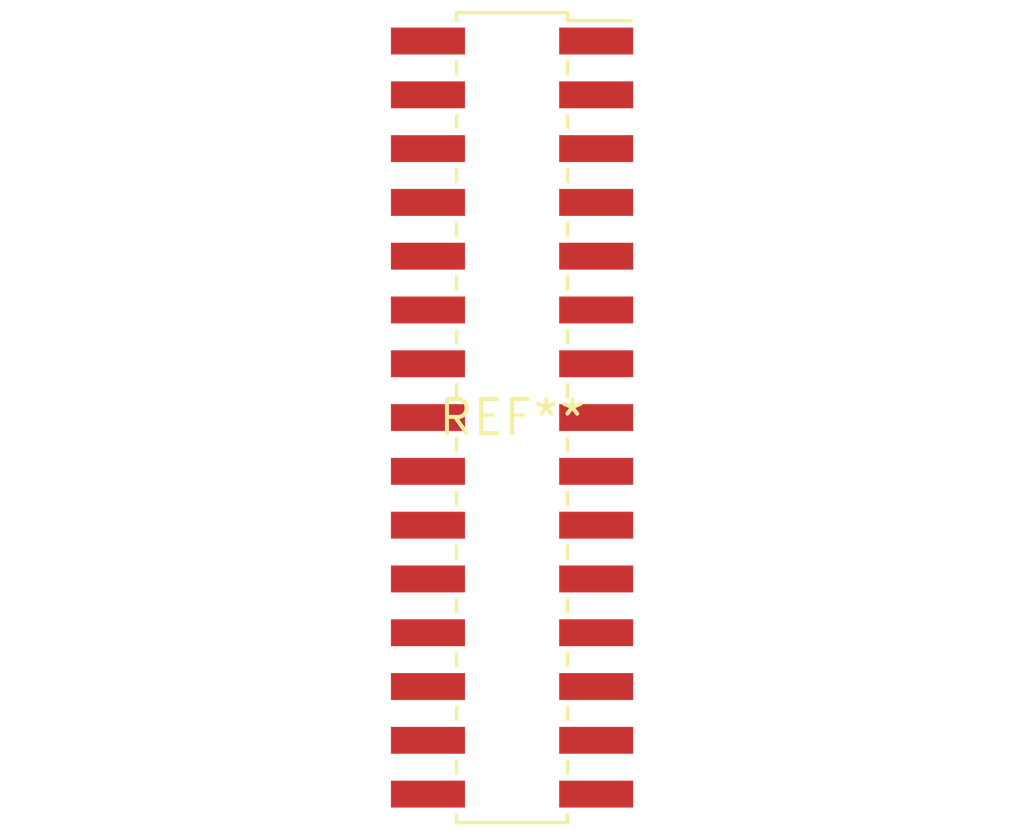
<source format=kicad_pcb>
(kicad_pcb (version 20240108) (generator pcbnew)
  (layers (0 "F.Cu" signal) (31 "B.Cu" signal) (34 "B.Paste" user) (35 "F.Paste" user) (36 "B.SilkS" user "B.Silkscreen") (37 "F.SilkS" user "F.Silkscreen") (38 "B.Mask" user) (39 "F.Mask" user) (44 "Edge.Cuts" user))
  (net 0 "")
  (footprint "PinSocket_2x15_P2.00mm_Vertical_SMD" (layer "F.Cu") (at 0 0)
    (property "Reference" "REF**")
    (property "Value" "PinSocket_2x15_P2.00mm_Vertical_SMD")
    (fp_line (start -2.06 -15.06) (end -2.06 -14.76) (layer "F.SilkS") (stroke (width 0.12)))
    (fp_line (start -2.06 -15.06) (end 2.06 -15.06) (layer "F.SilkS") (stroke (width 0.12)))
    (fp_line (start -2.06 -13.24) (end -2.06 -12.76) (layer "F.SilkS") (stroke (width 0.12)))
    (fp_line (start -2.06 -11.24) (end -2.06 -10.76) (layer "F.SilkS") (stroke (width 0.12)))
    (fp_line (start -2.06 -9.24) (end -2.06 -8.76) (layer "F.SilkS") (stroke (width 0.12)))
    (fp_line (start -2.06 -7.24) (end -2.06 -6.76) (layer "F.SilkS") (stroke (width 0.12)))
    (fp_line (start -2.06 -5.24) (end -2.06 -4.76) (layer "F.SilkS") (stroke (width 0.12)))
    (fp_line (start -2.06 -3.24) (end -2.06 -2.76) (layer "F.SilkS") (stroke (width 0.12)))
    (fp_line (start -2.06 -1.24) (end -2.06 -0.76) (layer "F.SilkS") (stroke (width 0.12)))
    (fp_line (start -2.06 0.76) (end -2.06 1.24) (layer "F.SilkS") (stroke (width 0.12)))
    (fp_line (start -2.06 2.76) (end -2.06 3.24) (layer "F.SilkS") (stroke (width 0.12)))
    (fp_line (start -2.06 4.76) (end -2.06 5.24) (layer "F.SilkS") (stroke (width 0.12)))
    (fp_line (start -2.06 6.76) (end -2.06 7.24) (layer "F.SilkS") (stroke (width 0.12)))
    (fp_line (start -2.06 8.76) (end -2.06 9.24) (layer "F.SilkS") (stroke (width 0.12)))
    (fp_line (start -2.06 10.76) (end -2.06 11.24) (layer "F.SilkS") (stroke (width 0.12)))
    (fp_line (start -2.06 12.76) (end -2.06 13.24) (layer "F.SilkS") (stroke (width 0.12)))
    (fp_line (start -2.06 14.76) (end -2.06 15.06) (layer "F.SilkS") (stroke (width 0.12)))
    (fp_line (start -2.06 15.06) (end 2.06 15.06) (layer "F.SilkS") (stroke (width 0.12)))
    (fp_line (start 2.06 -15.06) (end 2.06 -14.76) (layer "F.SilkS") (stroke (width 0.12)))
    (fp_line (start 2.06 -14.76) (end 4.44 -14.76) (layer "F.SilkS") (stroke (width 0.12)))
    (fp_line (start 2.06 -13.24) (end 2.06 -12.76) (layer "F.SilkS") (stroke (width 0.12)))
    (fp_line (start 2.06 -11.24) (end 2.06 -10.76) (layer "F.SilkS") (stroke (width 0.12)))
    (fp_line (start 2.06 -9.24) (end 2.06 -8.76) (layer "F.SilkS") (stroke (width 0.12)))
    (fp_line (start 2.06 -7.24) (end 2.06 -6.76) (layer "F.SilkS") (stroke (width 0.12)))
    (fp_line (start 2.06 -5.24) (end 2.06 -4.76) (layer "F.SilkS") (stroke (width 0.12)))
    (fp_line (start 2.06 -3.24) (end 2.06 -2.76) (layer "F.SilkS") (stroke (width 0.12)))
    (fp_line (start 2.06 -1.24) (end 2.06 -0.76) (layer "F.SilkS") (stroke (width 0.12)))
    (fp_line (start 2.06 0.76) (end 2.06 1.24) (layer "F.SilkS") (stroke (width 0.12)))
    (fp_line (start 2.06 2.76) (end 2.06 3.24) (layer "F.SilkS") (stroke (width 0.12)))
    (fp_line (start 2.06 4.76) (end 2.06 5.24) (layer "F.SilkS") (stroke (width 0.12)))
    (fp_line (start 2.06 6.76) (end 2.06 7.24) (layer "F.SilkS") (stroke (width 0.12)))
    (fp_line (start 2.06 8.76) (end 2.06 9.24) (layer "F.SilkS") (stroke (width 0.12)))
    (fp_line (start 2.06 10.76) (end 2.06 11.24) (layer "F.SilkS") (stroke (width 0.12)))
    (fp_line (start 2.06 12.76) (end 2.06 13.24) (layer "F.SilkS") (stroke (width 0.12)))
    (fp_line (start 2.06 14.76) (end 2.06 15.06) (layer "F.SilkS") (stroke (width 0.12)))
    (pad "1" smd rect (at 3.125 -14) (size 2.75 1) (layers "F.Cu" "F.Paste" "F.Mask"))
    (pad "2" smd rect (at -3.125 -14) (size 2.75 1) (layers "F.Cu" "F.Paste" "F.Mask"))
    (pad "3" smd rect (at 3.125 -12) (size 2.75 1) (layers "F.Cu" "F.Paste" "F.Mask"))
    (pad "4" smd rect (at -3.125 -12) (size 2.75 1) (layers "F.Cu" "F.Paste" "F.Mask"))
    (pad "5" smd rect (at 3.125 -10) (size 2.75 1) (layers "F.Cu" "F.Paste" "F.Mask"))
    (pad "6" smd rect (at -3.125 -10) (size 2.75 1) (layers "F.Cu" "F.Paste" "F.Mask"))
    (pad "7" smd rect (at 3.125 -8) (size 2.75 1) (layers "F.Cu" "F.Paste" "F.Mask"))
    (pad "8" smd rect (at -3.125 -8) (size 2.75 1) (layers "F.Cu" "F.Paste" "F.Mask"))
    (pad "9" smd rect (at 3.125 -6) (size 2.75 1) (layers "F.Cu" "F.Paste" "F.Mask"))
    (pad "10" smd rect (at -3.125 -6) (size 2.75 1) (layers "F.Cu" "F.Paste" "F.Mask"))
    (pad "11" smd rect (at 3.125 -4) (size 2.75 1) (layers "F.Cu" "F.Paste" "F.Mask"))
    (pad "12" smd rect (at -3.125 -4) (size 2.75 1) (layers "F.Cu" "F.Paste" "F.Mask"))
    (pad "13" smd rect (at 3.125 -2) (size 2.75 1) (layers "F.Cu" "F.Paste" "F.Mask"))
    (pad "14" smd rect (at -3.125 -2) (size 2.75 1) (layers "F.Cu" "F.Paste" "F.Mask"))
    (pad "15" smd rect (at 3.125 0) (size 2.75 1) (layers "F.Cu" "F.Paste" "F.Mask"))
    (pad "16" smd rect (at -3.125 0) (size 2.75 1) (layers "F.Cu" "F.Paste" "F.Mask"))
    (pad "17" smd rect (at 3.125 2) (size 2.75 1) (layers "F.Cu" "F.Paste" "F.Mask"))
    (pad "18" smd rect (at -3.125 2) (size 2.75 1) (layers "F.Cu" "F.Paste" "F.Mask"))
    (pad "19" smd rect (at 3.125 4) (size 2.75 1) (layers "F.Cu" "F.Paste" "F.Mask"))
    (pad "20" smd rect (at -3.125 4) (size 2.75 1) (layers "F.Cu" "F.Paste" "F.Mask"))
    (pad "21" smd rect (at 3.125 6) (size 2.75 1) (layers "F.Cu" "F.Paste" "F.Mask"))
    (pad "22" smd rect (at -3.125 6) (size 2.75 1) (layers "F.Cu" "F.Paste" "F.Mask"))
    (pad "23" smd rect (at 3.125 8) (size 2.75 1) (layers "F.Cu" "F.Paste" "F.Mask"))
    (pad "24" smd rect (at -3.125 8) (size 2.75 1) (layers "F.Cu" "F.Paste" "F.Mask"))
    (pad "25" smd rect (at 3.125 10) (size 2.75 1) (layers "F.Cu" "F.Paste" "F.Mask"))
    (pad "26" smd rect (at -3.125 10) (size 2.75 1) (layers "F.Cu" "F.Paste" "F.Mask"))
    (pad "27" smd rect (at 3.125 12) (size 2.75 1) (layers "F.Cu" "F.Paste" "F.Mask"))
    (pad "28" smd rect (at -3.125 12) (size 2.75 1) (layers "F.Cu" "F.Paste" "F.Mask"))
    (pad "29" smd rect (at 3.125 14) (size 2.75 1) (layers "F.Cu" "F.Paste" "F.Mask"))
    (pad "30" smd rect (at -3.125 14) (size 2.75 1) (layers "F.Cu" "F.Paste" "F.Mask"))
  )
)
</source>
